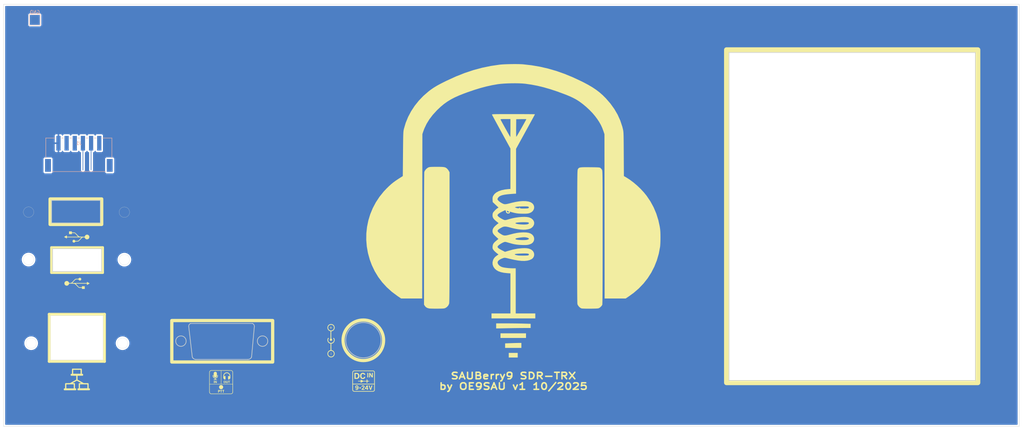
<source format=kicad_pcb>
(kicad_pcb (version 20241229) (generator "pcbnew") (generator_version "9.0")
  (layers (0 "F.Cu" signal) (2 "B.Cu" signal) (13 "F.Paste" user) (15 "B.Paste" user) (5 "F.SilkS" user "F.Silkscreen") (7 "B.SilkS" user "B.Silkscreen") (1 "F.Mask" user) (3 "B.Mask" user) (25 "Edge.Cuts" user))
  (net 0 "")
  (net 1 "GND")
  (net 2 "unconnected-(J1-Pad2)")
  (net 3 "unconnected-(J1-Pad3)")
  (net 5 "Net-(J1-Pad1)")
  (net 6 "Net-(J1-Pad4)")
  (footprint "LOGO" (layer "F.Cu") (at 179.4888 233.9364)
    (property "Reference" "G4" (hide yes))
    (property "Value" "LOGO" (hide yes))
  )
  (footprint "LOGO" (layer "F.Cu") (at 269.0368 181.4068)
    (property "Reference" "G***" (at 0 0 0) (layer "F.SilkS") (effects (font (size 1.5 1.5) (thickness 0.3))))
    (property "Value" "LOGO" (hide yes))
  )
  (footprint "LOGO" (layer "F.Cu") (at 135.37 203.6424)
    (property "Reference" "G21" (hide yes))
    (property "Value" "LOGO" (hide yes))
  )
  (footprint "LOGO" (layer "F.Cu") (at 135.26 189.4388 180)
    (property "Reference" "G21" (hide yes))
    (property "Value" "LOGO" (hide yes))
  )
  (footprint "LOGO" (layer "F.Cu") (at 213.1628 221.084 90)
    (property "Reference" "G2" (hide yes))
    (property "Value" "LOGO" (hide yes))
  )
  (footprint "LOGO" (layer "F.Cu") (at 135.3048 233.076)
    (property "Reference" "G4" (hide yes))
    (property "Value" "LOGO" (hide yes))
  )
  (footprint "LOGO" (layer "F.Cu") (at 223.1628 233.584)
    (property "Reference" "G2" (hide yes))
    (property "Value" "LOGO" (hide yes))
  )
  (footprint "TestPoint:TestPoint_Pad_3.0x3.0mm" (layer "B.Cu") (at 122.428 122.936 180)
    (property "Reference" "GND" (at 0 2.398 180) (layer "B.SilkS") (effects (justify mirror)))
    (property "Value" "TestPoint")
    (pad "1" smd rect (at 0 0 180) (size 3 3) (layers "B.Cu" "B.Mask"))
  )
  (footprint "S6B_XH_SM4_TB:CONN_S6B-XH-SM4-TB_JST" (layer "B.Cu") (at 135.9154 164.2618 180)
    (property "Reference" "J1" (at 0 3.553801 0) (layer "B.SilkS") (effects (justify mirror)))
    (property "Value" "S6B-XH-SM4-TB")
    (pad "1" smd rect (at -6.25 3.553801 180) (size 1.2954 4.4958) (layers "B.Cu" "B.Mask" "B.Paste") (net 5 "Net-(J1-Pad1)"))
    (pad "2" smd rect (at -3.75 3.553801 180) (size 1.2954 4.4958) (layers "B.Cu" "B.Mask" "B.Paste") (net 2 "unconnected-(J1-Pad2)"))
    (pad "3" smd rect (at -1.25 3.553801 180) (size 1.2954 4.4958) (layers "B.Cu" "B.Mask" "B.Paste") (net 3 "unconnected-(J1-Pad3)"))
    (pad "4" smd rect (at 1.25 3.553801 180) (size 1.2954 4.4958) (layers "B.Cu" "B.Mask" "B.Paste") (net 6 "Net-(J1-Pad4)"))
    (pad "5" smd rect (at 3.75 3.553801 180) (size 1.2954 4.4958) (layers "B.Cu" "B.Mask" "B.Paste"))
    (pad "6" smd rect (at 6.25 3.553801 180) (size 1.2954 4.4958) (layers "B.Cu" "B.Mask" "B.Paste") (net 1 "GND"))
    (pad "7" smd rect (at -9.449999 -3.246199 180) (size 1.8034 3.9116) (layers "B.Cu" "B.Mask" "B.Paste"))
    (pad "8" smd rect (at 9.449999 -3.246199 180) (size 1.8034 3.9116) (layers "B.Cu" "B.Mask" "B.Paste"))
  )
  (gr_line (start 126.8048 213.076) (end 143.8048 213.076) (stroke (width 0.8)) (layer "F.SilkS"))
  (gr_line (start 126.8048 227.576) (end 126.8048 213.076) (stroke (width 0.8)) (layer "F.SilkS"))
  (gr_circle (center 223.0628 221.084) (end 229.2628 221.084) (stroke (width 1)) (fill no) (layer "F.SilkS"))
  (gr_line (start 143.8048 227.576) (end 126.8048 227.576) (stroke (width 0.8)) (layer "F.SilkS"))
  (gr_rect (start 127.11 177.7888) (end 142.91 185.5888) (stroke (width 1)) (fill no) (layer "F.SilkS"))
  (gr_rect (start 334.3148 132.08) (end 411.3148 234.08) (stroke (width 1.5)) (fill no) (layer "F.SilkS"))
  (gr_rect (start 127.47 192.6124) (end 143.27 200.4124) (stroke (width 0.7)) (fill no) (layer "F.SilkS"))
  (gr_line (start 143.8048 213.076) (end 143.8048 227.576) (stroke (width 0.8)) (layer "F.SilkS"))
  (gr_rect (start 164.3888 215.0364) (end 195.2888 227.7364) (stroke (width 1)) (fill no) (layer "F.SilkS"))
  (gr_circle (center 121.3048 221.976) (end 122.9048 221.976) (stroke (width 0.05)) (fill no) (layer "Edge.Cuts"))
  (gr_circle (center 120.52 181.8088) (end 118.92 181.8088) (stroke (width 0.05)) (fill no) (layer "Edge.Cuts"))
  (gr_line (start 188.828542 226.203214) (end 189.6688 216.9464) (stroke (width 0.2)) (layer "Edge.Cuts"))
  (gr_rect (start 127.51 178.1888) (end 142.51 185.1888) (stroke (width 0.2)) (fill no) (layer "Edge.Cuts"))
  (gr_arc (start 189.0988 215.9364) (mid 189.559414 216.339369) (end 189.666076 216.942007) (stroke (width 0.2)) (layer "Edge.Cuts"))
  (gr_rect (start 127.87 193.0124) (end 142.87 200.0124) (stroke (width 0.2)) (fill no) (layer "Edge.Cuts"))
  (gr_line (start 170.662566 226.203869) (end 169.582138 216.939038) (stroke (width 0.2)) (layer "Edge.Cuts"))
  (gr_arc (start 188.828542 226.203214) (mid 188.373105 226.747696) (end 187.6888 226.9364) (stroke (width 0.2)) (layer "Edge.Cuts"))
  (gr_arc (start 169.582138 216.939038) (mid 169.6888 216.3364) (end 170.149414 215.933431) (stroke (width 0.2)) (layer "Edge.Cuts"))
  (gr_line (start 171.6888 226.936399) (end 187.6888 226.9364) (stroke (width 0.2)) (layer "Edge.Cuts"))
  (gr_circle (center 149.3048 221.976) (end 150.9048 221.976) (stroke (width 0.05)) (fill no) (layer "Edge.Cuts"))
  (gr_circle (center 223.0728 221.054) (end 228.4728 221.054) (stroke (width 0.2)) (fill no) (layer "Edge.Cuts"))
  (gr_circle (center 120.52 196.3624) (end 122.12 196.3624) (stroke (width 0.05)) (fill no) (layer "Edge.Cuts"))
  (gr_line (start 170.149414 215.933431) (end 189.095533 215.9364) (stroke (width 0.2)) (layer "Edge.Cuts"))
  (gr_circle (center 192.1888 221.3364) (end 193.7888 221.3364) (stroke (width 0.2)) (fill no) (layer "Edge.Cuts"))
  (gr_rect (start 335.0712 132.9436) (end 410.5712 233.4436) (stroke (width 0.2)) (fill no) (layer "Edge.Cuts"))
  (gr_circle (center 149.86 196.3924) (end 151.46 196.3924) (stroke (width 0.05)) (fill no) (layer "Edge.Cuts"))
  (gr_circle (center 167.1888 221.3364) (end 168.7888 221.3364) (stroke (width 0.2)) (fill no) (layer "Edge.Cuts"))
  (gr_circle (center 149.86 181.8388) (end 148.26 181.8388) (stroke (width 0.05)) (fill no) (layer "Edge.Cuts"))
  (gr_arc (start 171.6888 226.936399) (mid 171.070985 226.71681) (end 170.662566 226.203869) (stroke (width 0.2)) (layer "Edge.Cuts"))
  (gr_rect (start 127.3048 213.576) (end 143.3048 227.076) (stroke (width 0.05)) (fill no) (layer "Edge.Cuts"))
  (gr_rect (start 112.84 118.17) (end 423.99 247.47) (stroke (width 0.1)) (fill no) (layer "Edge.Cuts"))
  (gr_text "SAUBerry9 SDR-TRX\nby OE9SAU v1 10/2025\n" (at 269.0368 236.3724 0) (layer "F.SilkS") (effects (font (size 2 2.5) (thickness 0.45) (bold yes)) (justify bottom)))
  (segment (start 139.6654 168.8754) (end 139.6654 160.707999) (width 0.2) (layer "B.Cu") (net 2))
  (segment (start 137.1654 168.9154) (end 137.1654 160.707999) (width 0.2) (layer "B.Cu") (net 3))
  (zone (net 1) (net_name "GND") (layer "B.Cu") (connect_pads (clearance 0.5)) (min_thickness 0.25) (fill yes (thermal_gap 0.5) (thermal_bridge_width 0.5))
    (polygon (pts (xy 111.76 116.84) (xy 111.76 248.92) (xy 425.45 248.92) (xy 425.45 116.84)))
  )
)
</source>
